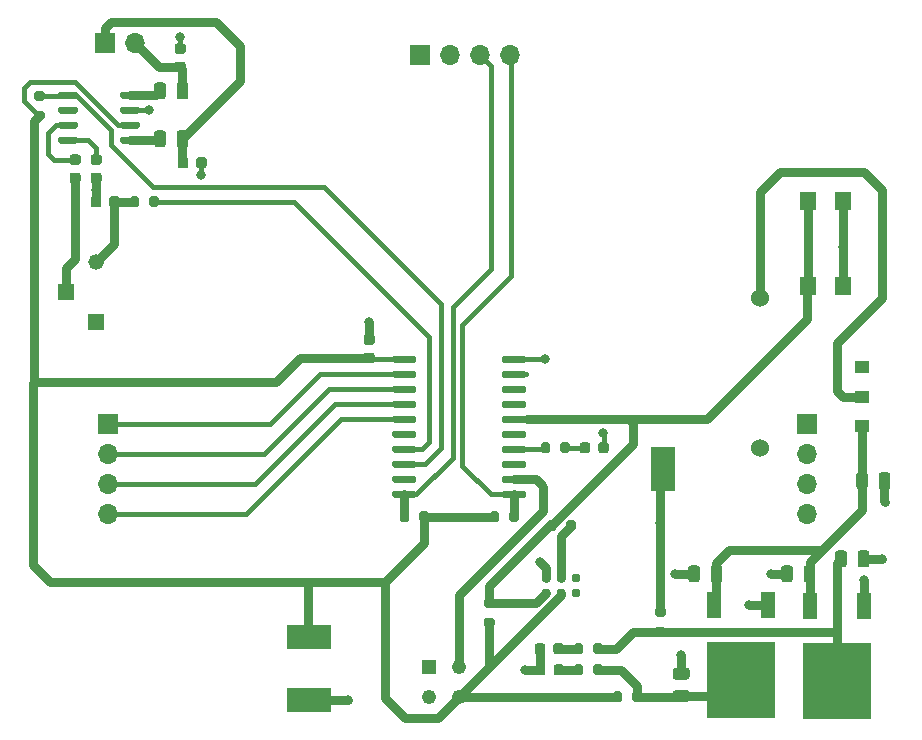
<source format=gtl>
%TF.GenerationSoftware,KiCad,Pcbnew,(5.1.12)-1*%
%TF.CreationDate,2022-01-31T19:51:58-07:00*%
%TF.ProjectId,Annoyatron_v2,416e6e6f-7961-4747-926f-6e5f76322e6b,rev?*%
%TF.SameCoordinates,Original*%
%TF.FileFunction,Copper,L1,Top*%
%TF.FilePolarity,Positive*%
%FSLAX46Y46*%
G04 Gerber Fmt 4.6, Leading zero omitted, Abs format (unit mm)*
G04 Created by KiCad (PCBNEW (5.1.12)-1) date 2022-01-31 19:51:58*
%MOMM*%
%LPD*%
G01*
G04 APERTURE LIST*
%TA.AperFunction,ComponentPad*%
%ADD10R,1.320800X1.320800*%
%TD*%
%TA.AperFunction,ComponentPad*%
%ADD11C,1.320800*%
%TD*%
%TA.AperFunction,SMDPad,CuDef*%
%ADD12R,2.000000X3.800000*%
%TD*%
%TA.AperFunction,SMDPad,CuDef*%
%ADD13R,3.800000X2.000000*%
%TD*%
%TA.AperFunction,ComponentPad*%
%ADD14C,1.524000*%
%TD*%
%TA.AperFunction,SMDPad,CuDef*%
%ADD15C,0.787000*%
%TD*%
%TA.AperFunction,SMDPad,CuDef*%
%ADD16R,5.800000X6.400000*%
%TD*%
%TA.AperFunction,SMDPad,CuDef*%
%ADD17R,1.200000X2.200000*%
%TD*%
%TA.AperFunction,ComponentPad*%
%ADD18R,1.700000X1.700000*%
%TD*%
%TA.AperFunction,ComponentPad*%
%ADD19O,1.700000X1.700000*%
%TD*%
%TA.AperFunction,ComponentPad*%
%ADD20C,1.219200*%
%TD*%
%TA.AperFunction,ComponentPad*%
%ADD21R,1.219200X1.219200*%
%TD*%
%TA.AperFunction,SMDPad,CuDef*%
%ADD22R,1.200000X1.000000*%
%TD*%
%TA.AperFunction,SMDPad,CuDef*%
%ADD23R,1.400000X1.600000*%
%TD*%
%TA.AperFunction,ViaPad*%
%ADD24C,0.800000*%
%TD*%
%TA.AperFunction,Conductor*%
%ADD25C,0.762000*%
%TD*%
%TA.AperFunction,Conductor*%
%ADD26C,0.381000*%
%TD*%
%TA.AperFunction,Conductor*%
%ADD27C,0.250000*%
%TD*%
G04 APERTURE END LIST*
D10*
%TO.P,R1,3*%
%TO.N,GND*%
X104902000Y-86106000D03*
%TO.P,R1,2*%
%TO.N,Net-(C1-Pad2)*%
X102362000Y-83566000D03*
D11*
%TO.P,R1,1*%
%TO.N,/AOUT*%
X104902000Y-81026000D03*
%TD*%
D12*
%TO.P,TP_5V0,1*%
%TO.N,+5V*%
X152908000Y-98552000D03*
%TD*%
D13*
%TO.P,TP_GND0,1*%
%TO.N,GND*%
X122936000Y-118110000D03*
%TD*%
%TO.P,TP_3V3,1*%
%TO.N,+3V3*%
X122936000Y-112776000D03*
%TD*%
D14*
%TO.P,BT1,+*%
%TO.N,Net-(BT1-Pad+)*%
X161089000Y-84074000D03*
%TO.P,BT1,-*%
%TO.N,GND*%
X161089000Y-96774000D03*
%TD*%
%TO.P,U6,8*%
%TO.N,Net-(FB2-Pad2)*%
%TA.AperFunction,SMDPad,CuDef*%
G36*
G01*
X106956000Y-67053600D02*
X106956000Y-66753600D01*
G75*
G02*
X107106000Y-66603600I150000J0D01*
G01*
X108456000Y-66603600D01*
G75*
G02*
X108606000Y-66753600I0J-150000D01*
G01*
X108606000Y-67053600D01*
G75*
G02*
X108456000Y-67203600I-150000J0D01*
G01*
X107106000Y-67203600D01*
G75*
G02*
X106956000Y-67053600I0J150000D01*
G01*
G37*
%TD.AperFunction*%
%TO.P,U6,7*%
%TO.N,GND*%
%TA.AperFunction,SMDPad,CuDef*%
G36*
G01*
X106956000Y-68323600D02*
X106956000Y-68023600D01*
G75*
G02*
X107106000Y-67873600I150000J0D01*
G01*
X108456000Y-67873600D01*
G75*
G02*
X108606000Y-68023600I0J-150000D01*
G01*
X108606000Y-68323600D01*
G75*
G02*
X108456000Y-68473600I-150000J0D01*
G01*
X107106000Y-68473600D01*
G75*
G02*
X106956000Y-68323600I0J150000D01*
G01*
G37*
%TD.AperFunction*%
%TO.P,U6,6*%
%TO.N,+3V3*%
%TA.AperFunction,SMDPad,CuDef*%
G36*
G01*
X106956000Y-69593600D02*
X106956000Y-69293600D01*
G75*
G02*
X107106000Y-69143600I150000J0D01*
G01*
X108456000Y-69143600D01*
G75*
G02*
X108606000Y-69293600I0J-150000D01*
G01*
X108606000Y-69593600D01*
G75*
G02*
X108456000Y-69743600I-150000J0D01*
G01*
X107106000Y-69743600D01*
G75*
G02*
X106956000Y-69593600I0J150000D01*
G01*
G37*
%TD.AperFunction*%
%TO.P,U6,5*%
%TO.N,Net-(FB1-Pad2)*%
%TA.AperFunction,SMDPad,CuDef*%
G36*
G01*
X106956000Y-70863600D02*
X106956000Y-70563600D01*
G75*
G02*
X107106000Y-70413600I150000J0D01*
G01*
X108456000Y-70413600D01*
G75*
G02*
X108606000Y-70563600I0J-150000D01*
G01*
X108606000Y-70863600D01*
G75*
G02*
X108456000Y-71013600I-150000J0D01*
G01*
X107106000Y-71013600D01*
G75*
G02*
X106956000Y-70863600I0J150000D01*
G01*
G37*
%TD.AperFunction*%
%TO.P,U6,4*%
%TO.N,Net-(C2-Pad1)*%
%TA.AperFunction,SMDPad,CuDef*%
G36*
G01*
X101706000Y-70863600D02*
X101706000Y-70563600D01*
G75*
G02*
X101856000Y-70413600I150000J0D01*
G01*
X103206000Y-70413600D01*
G75*
G02*
X103356000Y-70563600I0J-150000D01*
G01*
X103356000Y-70863600D01*
G75*
G02*
X103206000Y-71013600I-150000J0D01*
G01*
X101856000Y-71013600D01*
G75*
G02*
X101706000Y-70863600I0J150000D01*
G01*
G37*
%TD.AperFunction*%
%TO.P,U6,3*%
%TO.N,Net-(C1-Pad1)*%
%TA.AperFunction,SMDPad,CuDef*%
G36*
G01*
X101706000Y-69593600D02*
X101706000Y-69293600D01*
G75*
G02*
X101856000Y-69143600I150000J0D01*
G01*
X103206000Y-69143600D01*
G75*
G02*
X103356000Y-69293600I0J-150000D01*
G01*
X103356000Y-69593600D01*
G75*
G02*
X103206000Y-69743600I-150000J0D01*
G01*
X101856000Y-69743600D01*
G75*
G02*
X101706000Y-69593600I0J150000D01*
G01*
G37*
%TD.AperFunction*%
%TO.P,U6,2*%
%TO.N,Net-(U6-Pad2)*%
%TA.AperFunction,SMDPad,CuDef*%
G36*
G01*
X101706000Y-68323600D02*
X101706000Y-68023600D01*
G75*
G02*
X101856000Y-67873600I150000J0D01*
G01*
X103206000Y-67873600D01*
G75*
G02*
X103356000Y-68023600I0J-150000D01*
G01*
X103356000Y-68323600D01*
G75*
G02*
X103206000Y-68473600I-150000J0D01*
G01*
X101856000Y-68473600D01*
G75*
G02*
X101706000Y-68323600I0J150000D01*
G01*
G37*
%TD.AperFunction*%
%TO.P,U6,1*%
%TO.N,/nSD*%
%TA.AperFunction,SMDPad,CuDef*%
G36*
G01*
X101706000Y-67053600D02*
X101706000Y-66753600D01*
G75*
G02*
X101856000Y-66603600I150000J0D01*
G01*
X103206000Y-66603600D01*
G75*
G02*
X103356000Y-66753600I0J-150000D01*
G01*
X103356000Y-67053600D01*
G75*
G02*
X103206000Y-67203600I-150000J0D01*
G01*
X101856000Y-67203600D01*
G75*
G02*
X101706000Y-67053600I0J150000D01*
G01*
G37*
%TD.AperFunction*%
%TD*%
D15*
%TO.P,TAG1,1*%
%TO.N,/nRST_UPDI*%
X143002000Y-109093000D03*
%TO.P,TAG1,2*%
%TO.N,+3V3*%
X144272000Y-109093000D03*
%TO.P,TAG1,3*%
%TO.N,Net-(TAG1-Pad3)*%
X145542000Y-109093000D03*
%TO.P,TAG1,4*%
%TO.N,Net-(TAG1-Pad4)*%
X145542000Y-107823000D03*
%TO.P,TAG1,5*%
%TO.N,Net-(R5-Pad1)*%
X144272000Y-107823000D03*
%TO.P,TAG1,6*%
%TO.N,GND*%
X143002000Y-107823000D03*
%TD*%
%TO.P,R5,2*%
%TO.N,/nRST_UPDI*%
%TA.AperFunction,SMDPad,CuDef*%
G36*
G01*
X143847000Y-103103000D02*
X143847000Y-103653000D01*
G75*
G02*
X143647000Y-103853000I-200000J0D01*
G01*
X143247000Y-103853000D01*
G75*
G02*
X143047000Y-103653000I0J200000D01*
G01*
X143047000Y-103103000D01*
G75*
G02*
X143247000Y-102903000I200000J0D01*
G01*
X143647000Y-102903000D01*
G75*
G02*
X143847000Y-103103000I0J-200000D01*
G01*
G37*
%TD.AperFunction*%
%TO.P,R5,1*%
%TO.N,Net-(R5-Pad1)*%
%TA.AperFunction,SMDPad,CuDef*%
G36*
G01*
X145497000Y-103103000D02*
X145497000Y-103653000D01*
G75*
G02*
X145297000Y-103853000I-200000J0D01*
G01*
X144897000Y-103853000D01*
G75*
G02*
X144697000Y-103653000I0J200000D01*
G01*
X144697000Y-103103000D01*
G75*
G02*
X144897000Y-102903000I200000J0D01*
G01*
X145297000Y-102903000D01*
G75*
G02*
X145497000Y-103103000I0J-200000D01*
G01*
G37*
%TD.AperFunction*%
%TD*%
%TO.P,R3,2*%
%TO.N,/SCL*%
%TA.AperFunction,SMDPad,CuDef*%
G36*
G01*
X139871000Y-102891000D02*
X139871000Y-102341000D01*
G75*
G02*
X140071000Y-102141000I200000J0D01*
G01*
X140471000Y-102141000D01*
G75*
G02*
X140671000Y-102341000I0J-200000D01*
G01*
X140671000Y-102891000D01*
G75*
G02*
X140471000Y-103091000I-200000J0D01*
G01*
X140071000Y-103091000D01*
G75*
G02*
X139871000Y-102891000I0J200000D01*
G01*
G37*
%TD.AperFunction*%
%TO.P,R3,1*%
%TO.N,+3V3*%
%TA.AperFunction,SMDPad,CuDef*%
G36*
G01*
X138221000Y-102891000D02*
X138221000Y-102341000D01*
G75*
G02*
X138421000Y-102141000I200000J0D01*
G01*
X138821000Y-102141000D01*
G75*
G02*
X139021000Y-102341000I0J-200000D01*
G01*
X139021000Y-102891000D01*
G75*
G02*
X138821000Y-103091000I-200000J0D01*
G01*
X138421000Y-103091000D01*
G75*
G02*
X138221000Y-102891000I0J200000D01*
G01*
G37*
%TD.AperFunction*%
%TD*%
%TO.P,R2,2*%
%TO.N,/SDA*%
%TA.AperFunction,SMDPad,CuDef*%
G36*
G01*
X131401000Y-102341000D02*
X131401000Y-102891000D01*
G75*
G02*
X131201000Y-103091000I-200000J0D01*
G01*
X130801000Y-103091000D01*
G75*
G02*
X130601000Y-102891000I0J200000D01*
G01*
X130601000Y-102341000D01*
G75*
G02*
X130801000Y-102141000I200000J0D01*
G01*
X131201000Y-102141000D01*
G75*
G02*
X131401000Y-102341000I0J-200000D01*
G01*
G37*
%TD.AperFunction*%
%TO.P,R2,1*%
%TO.N,+3V3*%
%TA.AperFunction,SMDPad,CuDef*%
G36*
G01*
X133051000Y-102341000D02*
X133051000Y-102891000D01*
G75*
G02*
X132851000Y-103091000I-200000J0D01*
G01*
X132451000Y-103091000D01*
G75*
G02*
X132251000Y-102891000I0J200000D01*
G01*
X132251000Y-102341000D01*
G75*
G02*
X132451000Y-102141000I200000J0D01*
G01*
X132851000Y-102141000D01*
G75*
G02*
X133051000Y-102341000I0J-200000D01*
G01*
G37*
%TD.AperFunction*%
%TD*%
%TO.P,R12,2*%
%TO.N,Net-(5V0-Pad2)*%
%TA.AperFunction,SMDPad,CuDef*%
G36*
G01*
X152379000Y-111931000D02*
X152929000Y-111931000D01*
G75*
G02*
X153129000Y-112131000I0J-200000D01*
G01*
X153129000Y-112531000D01*
G75*
G02*
X152929000Y-112731000I-200000J0D01*
G01*
X152379000Y-112731000D01*
G75*
G02*
X152179000Y-112531000I0J200000D01*
G01*
X152179000Y-112131000D01*
G75*
G02*
X152379000Y-111931000I200000J0D01*
G01*
G37*
%TD.AperFunction*%
%TO.P,R12,1*%
%TO.N,+5V*%
%TA.AperFunction,SMDPad,CuDef*%
G36*
G01*
X152379000Y-110281000D02*
X152929000Y-110281000D01*
G75*
G02*
X153129000Y-110481000I0J-200000D01*
G01*
X153129000Y-110881000D01*
G75*
G02*
X152929000Y-111081000I-200000J0D01*
G01*
X152379000Y-111081000D01*
G75*
G02*
X152179000Y-110881000I0J200000D01*
G01*
X152179000Y-110481000D01*
G75*
G02*
X152379000Y-110281000I200000J0D01*
G01*
G37*
%TD.AperFunction*%
%TD*%
%TO.P,R10,2*%
%TO.N,Net-(LED_5V0-Pad2)*%
%TA.AperFunction,SMDPad,CuDef*%
G36*
G01*
X146133000Y-113517000D02*
X146133000Y-114067000D01*
G75*
G02*
X145933000Y-114267000I-200000J0D01*
G01*
X145533000Y-114267000D01*
G75*
G02*
X145333000Y-114067000I0J200000D01*
G01*
X145333000Y-113517000D01*
G75*
G02*
X145533000Y-113317000I200000J0D01*
G01*
X145933000Y-113317000D01*
G75*
G02*
X146133000Y-113517000I0J-200000D01*
G01*
G37*
%TD.AperFunction*%
%TO.P,R10,1*%
%TO.N,Net-(5V0-Pad2)*%
%TA.AperFunction,SMDPad,CuDef*%
G36*
G01*
X147783000Y-113517000D02*
X147783000Y-114067000D01*
G75*
G02*
X147583000Y-114267000I-200000J0D01*
G01*
X147183000Y-114267000D01*
G75*
G02*
X146983000Y-114067000I0J200000D01*
G01*
X146983000Y-113517000D01*
G75*
G02*
X147183000Y-113317000I200000J0D01*
G01*
X147583000Y-113317000D01*
G75*
G02*
X147783000Y-113517000I0J-200000D01*
G01*
G37*
%TD.AperFunction*%
%TD*%
%TO.P,LED_5V0,2*%
%TO.N,Net-(LED_5V0-Pad2)*%
%TA.AperFunction,SMDPad,CuDef*%
G36*
G01*
X143606000Y-114048250D02*
X143606000Y-113535750D01*
G75*
G02*
X143824750Y-113317000I218750J0D01*
G01*
X144262250Y-113317000D01*
G75*
G02*
X144481000Y-113535750I0J-218750D01*
G01*
X144481000Y-114048250D01*
G75*
G02*
X144262250Y-114267000I-218750J0D01*
G01*
X143824750Y-114267000D01*
G75*
G02*
X143606000Y-114048250I0J218750D01*
G01*
G37*
%TD.AperFunction*%
%TO.P,LED_5V0,1*%
%TO.N,GND*%
%TA.AperFunction,SMDPad,CuDef*%
G36*
G01*
X142031000Y-114048250D02*
X142031000Y-113535750D01*
G75*
G02*
X142249750Y-113317000I218750J0D01*
G01*
X142687250Y-113317000D01*
G75*
G02*
X142906000Y-113535750I0J-218750D01*
G01*
X142906000Y-114048250D01*
G75*
G02*
X142687250Y-114267000I-218750J0D01*
G01*
X142249750Y-114267000D01*
G75*
G02*
X142031000Y-114048250I0J218750D01*
G01*
G37*
%TD.AperFunction*%
%TD*%
%TO.P,C8,2*%
%TO.N,GND*%
%TA.AperFunction,SMDPad,CuDef*%
G36*
G01*
X169360000Y-106647000D02*
X169360000Y-105697000D01*
G75*
G02*
X169610000Y-105447000I250000J0D01*
G01*
X170110000Y-105447000D01*
G75*
G02*
X170360000Y-105697000I0J-250000D01*
G01*
X170360000Y-106647000D01*
G75*
G02*
X170110000Y-106897000I-250000J0D01*
G01*
X169610000Y-106897000D01*
G75*
G02*
X169360000Y-106647000I0J250000D01*
G01*
G37*
%TD.AperFunction*%
%TO.P,C8,1*%
%TO.N,Net-(5V0-Pad2)*%
%TA.AperFunction,SMDPad,CuDef*%
G36*
G01*
X167460000Y-106647000D02*
X167460000Y-105697000D01*
G75*
G02*
X167710000Y-105447000I250000J0D01*
G01*
X168210000Y-105447000D01*
G75*
G02*
X168460000Y-105697000I0J-250000D01*
G01*
X168460000Y-106647000D01*
G75*
G02*
X168210000Y-106897000I-250000J0D01*
G01*
X167710000Y-106897000D01*
G75*
G02*
X167460000Y-106647000I0J250000D01*
G01*
G37*
%TD.AperFunction*%
%TD*%
%TO.P,C6,2*%
%TO.N,GND*%
%TA.AperFunction,SMDPad,CuDef*%
G36*
G01*
X156014000Y-106967000D02*
X156014000Y-107917000D01*
G75*
G02*
X155764000Y-108167000I-250000J0D01*
G01*
X155264000Y-108167000D01*
G75*
G02*
X155014000Y-107917000I0J250000D01*
G01*
X155014000Y-106967000D01*
G75*
G02*
X155264000Y-106717000I250000J0D01*
G01*
X155764000Y-106717000D01*
G75*
G02*
X156014000Y-106967000I0J-250000D01*
G01*
G37*
%TD.AperFunction*%
%TO.P,C6,1*%
%TO.N,+BATT*%
%TA.AperFunction,SMDPad,CuDef*%
G36*
G01*
X157914000Y-106967000D02*
X157914000Y-107917000D01*
G75*
G02*
X157664000Y-108167000I-250000J0D01*
G01*
X157164000Y-108167000D01*
G75*
G02*
X156914000Y-107917000I0J250000D01*
G01*
X156914000Y-106967000D01*
G75*
G02*
X157164000Y-106717000I250000J0D01*
G01*
X157664000Y-106717000D01*
G75*
G02*
X157914000Y-106967000I0J-250000D01*
G01*
G37*
%TD.AperFunction*%
%TD*%
D16*
%TO.P,5V0,2*%
%TO.N,Net-(5V0-Pad2)*%
X167639000Y-116483000D03*
D17*
%TO.P,5V0,3*%
%TO.N,+BATT*%
X165359000Y-110183000D03*
%TO.P,5V0,1*%
%TO.N,GND*%
X169919000Y-110183000D03*
%TD*%
%TO.P,R13,2*%
%TO.N,Net-(R13-Pad2)*%
%TA.AperFunction,SMDPad,CuDef*%
G36*
G01*
X109391000Y-76221000D02*
X109391000Y-75671000D01*
G75*
G02*
X109591000Y-75471000I200000J0D01*
G01*
X109991000Y-75471000D01*
G75*
G02*
X110191000Y-75671000I0J-200000D01*
G01*
X110191000Y-76221000D01*
G75*
G02*
X109991000Y-76421000I-200000J0D01*
G01*
X109591000Y-76421000D01*
G75*
G02*
X109391000Y-76221000I0J200000D01*
G01*
G37*
%TD.AperFunction*%
%TO.P,R13,1*%
%TO.N,/AOUT*%
%TA.AperFunction,SMDPad,CuDef*%
G36*
G01*
X107741000Y-76221000D02*
X107741000Y-75671000D01*
G75*
G02*
X107941000Y-75471000I200000J0D01*
G01*
X108341000Y-75471000D01*
G75*
G02*
X108541000Y-75671000I0J-200000D01*
G01*
X108541000Y-76221000D01*
G75*
G02*
X108341000Y-76421000I-200000J0D01*
G01*
X107941000Y-76421000D01*
G75*
G02*
X107741000Y-76221000I0J200000D01*
G01*
G37*
%TD.AperFunction*%
%TD*%
%TO.P,C11,2*%
%TO.N,GND*%
%TA.AperFunction,SMDPad,CuDef*%
G36*
G01*
X105339000Y-75696000D02*
X105339000Y-76196000D01*
G75*
G02*
X105114000Y-76421000I-225000J0D01*
G01*
X104664000Y-76421000D01*
G75*
G02*
X104439000Y-76196000I0J225000D01*
G01*
X104439000Y-75696000D01*
G75*
G02*
X104664000Y-75471000I225000J0D01*
G01*
X105114000Y-75471000D01*
G75*
G02*
X105339000Y-75696000I0J-225000D01*
G01*
G37*
%TD.AperFunction*%
%TO.P,C11,1*%
%TO.N,/AOUT*%
%TA.AperFunction,SMDPad,CuDef*%
G36*
G01*
X106889000Y-75696000D02*
X106889000Y-76196000D01*
G75*
G02*
X106664000Y-76421000I-225000J0D01*
G01*
X106214000Y-76421000D01*
G75*
G02*
X105989000Y-76196000I0J225000D01*
G01*
X105989000Y-75696000D01*
G75*
G02*
X106214000Y-75471000I225000J0D01*
G01*
X106664000Y-75471000D01*
G75*
G02*
X106889000Y-75696000I0J-225000D01*
G01*
G37*
%TD.AperFunction*%
%TD*%
%TO.P,R11,2*%
%TO.N,Net-(3V3-Pad2)*%
%TA.AperFunction,SMDPad,CuDef*%
G36*
G01*
X150285000Y-118131000D02*
X150285000Y-117581000D01*
G75*
G02*
X150485000Y-117381000I200000J0D01*
G01*
X150885000Y-117381000D01*
G75*
G02*
X151085000Y-117581000I0J-200000D01*
G01*
X151085000Y-118131000D01*
G75*
G02*
X150885000Y-118331000I-200000J0D01*
G01*
X150485000Y-118331000D01*
G75*
G02*
X150285000Y-118131000I0J200000D01*
G01*
G37*
%TD.AperFunction*%
%TO.P,R11,1*%
%TO.N,+3V3*%
%TA.AperFunction,SMDPad,CuDef*%
G36*
G01*
X148635000Y-118131000D02*
X148635000Y-117581000D01*
G75*
G02*
X148835000Y-117381000I200000J0D01*
G01*
X149235000Y-117381000D01*
G75*
G02*
X149435000Y-117581000I0J-200000D01*
G01*
X149435000Y-118131000D01*
G75*
G02*
X149235000Y-118331000I-200000J0D01*
G01*
X148835000Y-118331000D01*
G75*
G02*
X148635000Y-118131000I0J200000D01*
G01*
G37*
%TD.AperFunction*%
%TD*%
%TO.P,FB2,2*%
%TO.N,Net-(FB2-Pad2)*%
%TA.AperFunction,SMDPad,CuDef*%
G36*
G01*
X110802000Y-66073000D02*
X110802000Y-67023000D01*
G75*
G02*
X110552000Y-67273000I-250000J0D01*
G01*
X110052000Y-67273000D01*
G75*
G02*
X109802000Y-67023000I0J250000D01*
G01*
X109802000Y-66073000D01*
G75*
G02*
X110052000Y-65823000I250000J0D01*
G01*
X110552000Y-65823000D01*
G75*
G02*
X110802000Y-66073000I0J-250000D01*
G01*
G37*
%TD.AperFunction*%
%TO.P,FB2,1*%
%TO.N,Net-(C10-Pad1)*%
%TA.AperFunction,SMDPad,CuDef*%
G36*
G01*
X112702000Y-66073000D02*
X112702000Y-67023000D01*
G75*
G02*
X112452000Y-67273000I-250000J0D01*
G01*
X111952000Y-67273000D01*
G75*
G02*
X111702000Y-67023000I0J250000D01*
G01*
X111702000Y-66073000D01*
G75*
G02*
X111952000Y-65823000I250000J0D01*
G01*
X112452000Y-65823000D01*
G75*
G02*
X112702000Y-66073000I0J-250000D01*
G01*
G37*
%TD.AperFunction*%
%TD*%
%TO.P,FB1,2*%
%TO.N,Net-(FB1-Pad2)*%
%TA.AperFunction,SMDPad,CuDef*%
G36*
G01*
X110802000Y-70137000D02*
X110802000Y-71087000D01*
G75*
G02*
X110552000Y-71337000I-250000J0D01*
G01*
X110052000Y-71337000D01*
G75*
G02*
X109802000Y-71087000I0J250000D01*
G01*
X109802000Y-70137000D01*
G75*
G02*
X110052000Y-69887000I250000J0D01*
G01*
X110552000Y-69887000D01*
G75*
G02*
X110802000Y-70137000I0J-250000D01*
G01*
G37*
%TD.AperFunction*%
%TO.P,FB1,1*%
%TO.N,Net-(C9-Pad1)*%
%TA.AperFunction,SMDPad,CuDef*%
G36*
G01*
X112702000Y-70137000D02*
X112702000Y-71087000D01*
G75*
G02*
X112452000Y-71337000I-250000J0D01*
G01*
X111952000Y-71337000D01*
G75*
G02*
X111702000Y-71087000I0J250000D01*
G01*
X111702000Y-70137000D01*
G75*
G02*
X111952000Y-69887000I250000J0D01*
G01*
X112452000Y-69887000D01*
G75*
G02*
X112702000Y-70137000I0J-250000D01*
G01*
G37*
%TD.AperFunction*%
%TD*%
%TO.P,C10,2*%
%TO.N,GND*%
%TA.AperFunction,SMDPad,CuDef*%
G36*
G01*
X112264000Y-63429000D02*
X111764000Y-63429000D01*
G75*
G02*
X111539000Y-63204000I0J225000D01*
G01*
X111539000Y-62754000D01*
G75*
G02*
X111764000Y-62529000I225000J0D01*
G01*
X112264000Y-62529000D01*
G75*
G02*
X112489000Y-62754000I0J-225000D01*
G01*
X112489000Y-63204000D01*
G75*
G02*
X112264000Y-63429000I-225000J0D01*
G01*
G37*
%TD.AperFunction*%
%TO.P,C10,1*%
%TO.N,Net-(C10-Pad1)*%
%TA.AperFunction,SMDPad,CuDef*%
G36*
G01*
X112264000Y-64979000D02*
X111764000Y-64979000D01*
G75*
G02*
X111539000Y-64754000I0J225000D01*
G01*
X111539000Y-64304000D01*
G75*
G02*
X111764000Y-64079000I225000J0D01*
G01*
X112264000Y-64079000D01*
G75*
G02*
X112489000Y-64304000I0J-225000D01*
G01*
X112489000Y-64754000D01*
G75*
G02*
X112264000Y-64979000I-225000J0D01*
G01*
G37*
%TD.AperFunction*%
%TD*%
%TO.P,C9,2*%
%TO.N,GND*%
%TA.AperFunction,SMDPad,CuDef*%
G36*
G01*
X113355000Y-72894000D02*
X113355000Y-72394000D01*
G75*
G02*
X113580000Y-72169000I225000J0D01*
G01*
X114030000Y-72169000D01*
G75*
G02*
X114255000Y-72394000I0J-225000D01*
G01*
X114255000Y-72894000D01*
G75*
G02*
X114030000Y-73119000I-225000J0D01*
G01*
X113580000Y-73119000D01*
G75*
G02*
X113355000Y-72894000I0J225000D01*
G01*
G37*
%TD.AperFunction*%
%TO.P,C9,1*%
%TO.N,Net-(C9-Pad1)*%
%TA.AperFunction,SMDPad,CuDef*%
G36*
G01*
X111805000Y-72894000D02*
X111805000Y-72394000D01*
G75*
G02*
X112030000Y-72169000I225000J0D01*
G01*
X112480000Y-72169000D01*
G75*
G02*
X112705000Y-72394000I0J-225000D01*
G01*
X112705000Y-72894000D01*
G75*
G02*
X112480000Y-73119000I-225000J0D01*
G01*
X112030000Y-73119000D01*
G75*
G02*
X111805000Y-72894000I0J225000D01*
G01*
G37*
%TD.AperFunction*%
%TD*%
D18*
%TO.P,DISPLAY1,1*%
%TO.N,+5V*%
X132334000Y-63500000D03*
D19*
%TO.P,DISPLAY1,2*%
%TO.N,GND*%
X134874000Y-63500000D03*
%TO.P,DISPLAY1,3*%
%TO.N,/SDA*%
X137414000Y-63500000D03*
%TO.P,DISPLAY1,4*%
%TO.N,/SCL*%
X139954000Y-63500000D03*
%TD*%
%TO.P,R9,2*%
%TO.N,Net-(LED_3V3-Pad2)*%
%TA.AperFunction,SMDPad,CuDef*%
G36*
G01*
X146133000Y-115295000D02*
X146133000Y-115845000D01*
G75*
G02*
X145933000Y-116045000I-200000J0D01*
G01*
X145533000Y-116045000D01*
G75*
G02*
X145333000Y-115845000I0J200000D01*
G01*
X145333000Y-115295000D01*
G75*
G02*
X145533000Y-115095000I200000J0D01*
G01*
X145933000Y-115095000D01*
G75*
G02*
X146133000Y-115295000I0J-200000D01*
G01*
G37*
%TD.AperFunction*%
%TO.P,R9,1*%
%TO.N,Net-(3V3-Pad2)*%
%TA.AperFunction,SMDPad,CuDef*%
G36*
G01*
X147783000Y-115295000D02*
X147783000Y-115845000D01*
G75*
G02*
X147583000Y-116045000I-200000J0D01*
G01*
X147183000Y-116045000D01*
G75*
G02*
X146983000Y-115845000I0J200000D01*
G01*
X146983000Y-115295000D01*
G75*
G02*
X147183000Y-115095000I200000J0D01*
G01*
X147583000Y-115095000D01*
G75*
G02*
X147783000Y-115295000I0J-200000D01*
G01*
G37*
%TD.AperFunction*%
%TD*%
%TO.P,LED_3V3,2*%
%TO.N,Net-(LED_3V3-Pad2)*%
%TA.AperFunction,SMDPad,CuDef*%
G36*
G01*
X143631500Y-115826250D02*
X143631500Y-115313750D01*
G75*
G02*
X143850250Y-115095000I218750J0D01*
G01*
X144287750Y-115095000D01*
G75*
G02*
X144506500Y-115313750I0J-218750D01*
G01*
X144506500Y-115826250D01*
G75*
G02*
X144287750Y-116045000I-218750J0D01*
G01*
X143850250Y-116045000D01*
G75*
G02*
X143631500Y-115826250I0J218750D01*
G01*
G37*
%TD.AperFunction*%
%TO.P,LED_3V3,1*%
%TO.N,GND*%
%TA.AperFunction,SMDPad,CuDef*%
G36*
G01*
X142056500Y-115826250D02*
X142056500Y-115313750D01*
G75*
G02*
X142275250Y-115095000I218750J0D01*
G01*
X142712750Y-115095000D01*
G75*
G02*
X142931500Y-115313750I0J-218750D01*
G01*
X142931500Y-115826250D01*
G75*
G02*
X142712750Y-116045000I-218750J0D01*
G01*
X142275250Y-116045000D01*
G75*
G02*
X142056500Y-115826250I0J218750D01*
G01*
G37*
%TD.AperFunction*%
%TD*%
%TO.P,R8,2*%
%TO.N,/nSD*%
%TA.AperFunction,SMDPad,CuDef*%
G36*
G01*
X100351000Y-67393000D02*
X99801000Y-67393000D01*
G75*
G02*
X99601000Y-67193000I0J200000D01*
G01*
X99601000Y-66793000D01*
G75*
G02*
X99801000Y-66593000I200000J0D01*
G01*
X100351000Y-66593000D01*
G75*
G02*
X100551000Y-66793000I0J-200000D01*
G01*
X100551000Y-67193000D01*
G75*
G02*
X100351000Y-67393000I-200000J0D01*
G01*
G37*
%TD.AperFunction*%
%TO.P,R8,1*%
%TO.N,+3V3*%
%TA.AperFunction,SMDPad,CuDef*%
G36*
G01*
X100351000Y-69043000D02*
X99801000Y-69043000D01*
G75*
G02*
X99601000Y-68843000I0J200000D01*
G01*
X99601000Y-68443000D01*
G75*
G02*
X99801000Y-68243000I200000J0D01*
G01*
X100351000Y-68243000D01*
G75*
G02*
X100551000Y-68443000I0J-200000D01*
G01*
X100551000Y-68843000D01*
G75*
G02*
X100351000Y-69043000I-200000J0D01*
G01*
G37*
%TD.AperFunction*%
%TD*%
%TO.P,R7,2*%
%TO.N,Net-(LED_USR1-Pad2)*%
%TA.AperFunction,SMDPad,CuDef*%
G36*
G01*
X144189000Y-97049000D02*
X144189000Y-96499000D01*
G75*
G02*
X144389000Y-96299000I200000J0D01*
G01*
X144789000Y-96299000D01*
G75*
G02*
X144989000Y-96499000I0J-200000D01*
G01*
X144989000Y-97049000D01*
G75*
G02*
X144789000Y-97249000I-200000J0D01*
G01*
X144389000Y-97249000D01*
G75*
G02*
X144189000Y-97049000I0J200000D01*
G01*
G37*
%TD.AperFunction*%
%TO.P,R7,1*%
%TO.N,Net-(R7-Pad1)*%
%TA.AperFunction,SMDPad,CuDef*%
G36*
G01*
X142539000Y-97049000D02*
X142539000Y-96499000D01*
G75*
G02*
X142739000Y-96299000I200000J0D01*
G01*
X143139000Y-96299000D01*
G75*
G02*
X143339000Y-96499000I0J-200000D01*
G01*
X143339000Y-97049000D01*
G75*
G02*
X143139000Y-97249000I-200000J0D01*
G01*
X142739000Y-97249000D01*
G75*
G02*
X142539000Y-97049000I0J200000D01*
G01*
G37*
%TD.AperFunction*%
%TD*%
%TO.P,R4,2*%
%TO.N,/nRST_UPDI*%
%TA.AperFunction,SMDPad,CuDef*%
G36*
G01*
X138451000Y-110319000D02*
X137901000Y-110319000D01*
G75*
G02*
X137701000Y-110119000I0J200000D01*
G01*
X137701000Y-109719000D01*
G75*
G02*
X137901000Y-109519000I200000J0D01*
G01*
X138451000Y-109519000D01*
G75*
G02*
X138651000Y-109719000I0J-200000D01*
G01*
X138651000Y-110119000D01*
G75*
G02*
X138451000Y-110319000I-200000J0D01*
G01*
G37*
%TD.AperFunction*%
%TO.P,R4,1*%
%TO.N,+3V3*%
%TA.AperFunction,SMDPad,CuDef*%
G36*
G01*
X138451000Y-111969000D02*
X137901000Y-111969000D01*
G75*
G02*
X137701000Y-111769000I0J200000D01*
G01*
X137701000Y-111369000D01*
G75*
G02*
X137901000Y-111169000I200000J0D01*
G01*
X138451000Y-111169000D01*
G75*
G02*
X138651000Y-111369000I0J-200000D01*
G01*
X138651000Y-111769000D01*
G75*
G02*
X138451000Y-111969000I-200000J0D01*
G01*
G37*
%TD.AperFunction*%
%TD*%
%TO.P,LED_USR1,2*%
%TO.N,Net-(LED_USR1-Pad2)*%
%TA.AperFunction,SMDPad,CuDef*%
G36*
G01*
X146716000Y-96517750D02*
X146716000Y-97030250D01*
G75*
G02*
X146497250Y-97249000I-218750J0D01*
G01*
X146059750Y-97249000D01*
G75*
G02*
X145841000Y-97030250I0J218750D01*
G01*
X145841000Y-96517750D01*
G75*
G02*
X146059750Y-96299000I218750J0D01*
G01*
X146497250Y-96299000D01*
G75*
G02*
X146716000Y-96517750I0J-218750D01*
G01*
G37*
%TD.AperFunction*%
%TO.P,LED_USR1,1*%
%TO.N,GND*%
%TA.AperFunction,SMDPad,CuDef*%
G36*
G01*
X148291000Y-96517750D02*
X148291000Y-97030250D01*
G75*
G02*
X148072250Y-97249000I-218750J0D01*
G01*
X147634750Y-97249000D01*
G75*
G02*
X147416000Y-97030250I0J218750D01*
G01*
X147416000Y-96517750D01*
G75*
G02*
X147634750Y-96299000I218750J0D01*
G01*
X148072250Y-96299000D01*
G75*
G02*
X148291000Y-96517750I0J-218750D01*
G01*
G37*
%TD.AperFunction*%
%TD*%
%TO.P,C4,2*%
%TO.N,GND*%
%TA.AperFunction,SMDPad,CuDef*%
G36*
G01*
X171138000Y-100043000D02*
X171138000Y-99093000D01*
G75*
G02*
X171388000Y-98843000I250000J0D01*
G01*
X171888000Y-98843000D01*
G75*
G02*
X172138000Y-99093000I0J-250000D01*
G01*
X172138000Y-100043000D01*
G75*
G02*
X171888000Y-100293000I-250000J0D01*
G01*
X171388000Y-100293000D01*
G75*
G02*
X171138000Y-100043000I0J250000D01*
G01*
G37*
%TD.AperFunction*%
%TO.P,C4,1*%
%TO.N,+BATT*%
%TA.AperFunction,SMDPad,CuDef*%
G36*
G01*
X169238000Y-100043000D02*
X169238000Y-99093000D01*
G75*
G02*
X169488000Y-98843000I250000J0D01*
G01*
X169988000Y-98843000D01*
G75*
G02*
X170238000Y-99093000I0J-250000D01*
G01*
X170238000Y-100043000D01*
G75*
G02*
X169988000Y-100293000I-250000J0D01*
G01*
X169488000Y-100293000D01*
G75*
G02*
X169238000Y-100043000I0J250000D01*
G01*
G37*
%TD.AperFunction*%
%TD*%
%TO.P,C3,2*%
%TO.N,+3V3*%
%TA.AperFunction,SMDPad,CuDef*%
G36*
G01*
X127766000Y-88717000D02*
X128266000Y-88717000D01*
G75*
G02*
X128491000Y-88942000I0J-225000D01*
G01*
X128491000Y-89392000D01*
G75*
G02*
X128266000Y-89617000I-225000J0D01*
G01*
X127766000Y-89617000D01*
G75*
G02*
X127541000Y-89392000I0J225000D01*
G01*
X127541000Y-88942000D01*
G75*
G02*
X127766000Y-88717000I225000J0D01*
G01*
G37*
%TD.AperFunction*%
%TO.P,C3,1*%
%TO.N,GND*%
%TA.AperFunction,SMDPad,CuDef*%
G36*
G01*
X127766000Y-87167000D02*
X128266000Y-87167000D01*
G75*
G02*
X128491000Y-87392000I0J-225000D01*
G01*
X128491000Y-87842000D01*
G75*
G02*
X128266000Y-88067000I-225000J0D01*
G01*
X127766000Y-88067000D01*
G75*
G02*
X127541000Y-87842000I0J225000D01*
G01*
X127541000Y-87392000D01*
G75*
G02*
X127766000Y-87167000I225000J0D01*
G01*
G37*
%TD.AperFunction*%
%TD*%
%TO.P,C2,2*%
%TO.N,GND*%
%TA.AperFunction,SMDPad,CuDef*%
G36*
G01*
X104652000Y-73477000D02*
X105152000Y-73477000D01*
G75*
G02*
X105377000Y-73702000I0J-225000D01*
G01*
X105377000Y-74152000D01*
G75*
G02*
X105152000Y-74377000I-225000J0D01*
G01*
X104652000Y-74377000D01*
G75*
G02*
X104427000Y-74152000I0J225000D01*
G01*
X104427000Y-73702000D01*
G75*
G02*
X104652000Y-73477000I225000J0D01*
G01*
G37*
%TD.AperFunction*%
%TO.P,C2,1*%
%TO.N,Net-(C2-Pad1)*%
%TA.AperFunction,SMDPad,CuDef*%
G36*
G01*
X104652000Y-71927000D02*
X105152000Y-71927000D01*
G75*
G02*
X105377000Y-72152000I0J-225000D01*
G01*
X105377000Y-72602000D01*
G75*
G02*
X105152000Y-72827000I-225000J0D01*
G01*
X104652000Y-72827000D01*
G75*
G02*
X104427000Y-72602000I0J225000D01*
G01*
X104427000Y-72152000D01*
G75*
G02*
X104652000Y-71927000I225000J0D01*
G01*
G37*
%TD.AperFunction*%
%TD*%
%TO.P,C1,2*%
%TO.N,Net-(C1-Pad2)*%
%TA.AperFunction,SMDPad,CuDef*%
G36*
G01*
X102874000Y-73477000D02*
X103374000Y-73477000D01*
G75*
G02*
X103599000Y-73702000I0J-225000D01*
G01*
X103599000Y-74152000D01*
G75*
G02*
X103374000Y-74377000I-225000J0D01*
G01*
X102874000Y-74377000D01*
G75*
G02*
X102649000Y-74152000I0J225000D01*
G01*
X102649000Y-73702000D01*
G75*
G02*
X102874000Y-73477000I225000J0D01*
G01*
G37*
%TD.AperFunction*%
%TO.P,C1,1*%
%TO.N,Net-(C1-Pad1)*%
%TA.AperFunction,SMDPad,CuDef*%
G36*
G01*
X102874000Y-71927000D02*
X103374000Y-71927000D01*
G75*
G02*
X103599000Y-72152000I0J-225000D01*
G01*
X103599000Y-72602000D01*
G75*
G02*
X103374000Y-72827000I-225000J0D01*
G01*
X102874000Y-72827000D01*
G75*
G02*
X102649000Y-72602000I0J225000D01*
G01*
X102649000Y-72152000D01*
G75*
G02*
X102874000Y-71927000I225000J0D01*
G01*
G37*
%TD.AperFunction*%
%TD*%
%TO.P,C7,2*%
%TO.N,GND*%
%TA.AperFunction,SMDPad,CuDef*%
G36*
G01*
X154907000Y-116390000D02*
X153957000Y-116390000D01*
G75*
G02*
X153707000Y-116140000I0J250000D01*
G01*
X153707000Y-115640000D01*
G75*
G02*
X153957000Y-115390000I250000J0D01*
G01*
X154907000Y-115390000D01*
G75*
G02*
X155157000Y-115640000I0J-250000D01*
G01*
X155157000Y-116140000D01*
G75*
G02*
X154907000Y-116390000I-250000J0D01*
G01*
G37*
%TD.AperFunction*%
%TO.P,C7,1*%
%TO.N,Net-(3V3-Pad2)*%
%TA.AperFunction,SMDPad,CuDef*%
G36*
G01*
X154907000Y-118290000D02*
X153957000Y-118290000D01*
G75*
G02*
X153707000Y-118040000I0J250000D01*
G01*
X153707000Y-117540000D01*
G75*
G02*
X153957000Y-117290000I250000J0D01*
G01*
X154907000Y-117290000D01*
G75*
G02*
X155157000Y-117540000I0J-250000D01*
G01*
X155157000Y-118040000D01*
G75*
G02*
X154907000Y-118290000I-250000J0D01*
G01*
G37*
%TD.AperFunction*%
%TD*%
%TO.P,C5,2*%
%TO.N,GND*%
%TA.AperFunction,SMDPad,CuDef*%
G36*
G01*
X163888000Y-106967000D02*
X163888000Y-107917000D01*
G75*
G02*
X163638000Y-108167000I-250000J0D01*
G01*
X163138000Y-108167000D01*
G75*
G02*
X162888000Y-107917000I0J250000D01*
G01*
X162888000Y-106967000D01*
G75*
G02*
X163138000Y-106717000I250000J0D01*
G01*
X163638000Y-106717000D01*
G75*
G02*
X163888000Y-106967000I0J-250000D01*
G01*
G37*
%TD.AperFunction*%
%TO.P,C5,1*%
%TO.N,+BATT*%
%TA.AperFunction,SMDPad,CuDef*%
G36*
G01*
X165788000Y-106967000D02*
X165788000Y-107917000D01*
G75*
G02*
X165538000Y-108167000I-250000J0D01*
G01*
X165038000Y-108167000D01*
G75*
G02*
X164788000Y-107917000I0J250000D01*
G01*
X164788000Y-106967000D01*
G75*
G02*
X165038000Y-106717000I250000J0D01*
G01*
X165538000Y-106717000D01*
G75*
G02*
X165788000Y-106967000I0J-250000D01*
G01*
G37*
%TD.AperFunction*%
%TD*%
%TO.P,WIRE_SINK1,4*%
%TO.N,GND*%
X165100000Y-102362000D03*
%TO.P,WIRE_SINK1,3*%
X165100000Y-99822000D03*
%TO.P,WIRE_SINK1,2*%
X165100000Y-97282000D03*
D18*
%TO.P,WIRE_SINK1,1*%
X165100000Y-94742000D03*
%TD*%
D19*
%TO.P,WIRE_SRC1,4*%
%TO.N,/WIRE4*%
X105918000Y-102362000D03*
%TO.P,WIRE_SRC1,3*%
%TO.N,/WIRE3*%
X105918000Y-99822000D03*
%TO.P,WIRE_SRC1,2*%
%TO.N,/WIRE2*%
X105918000Y-97282000D03*
D18*
%TO.P,WIRE_SRC1,1*%
%TO.N,/WIRE1*%
X105918000Y-94742000D03*
%TD*%
D20*
%TO.P,PIR1,4*%
%TO.N,/PIR_SENS*%
X135636000Y-115316000D03*
%TO.P,PIR1,3*%
%TO.N,+3V3*%
X135636000Y-117856000D03*
%TO.P,PIR1,2*%
%TO.N,GND*%
X133096000Y-117856000D03*
D21*
%TO.P,PIR1,1*%
X133096000Y-115316000D03*
%TD*%
%TO.P,U3,20*%
%TO.N,GND*%
%TA.AperFunction,SMDPad,CuDef*%
G36*
G01*
X139261000Y-89431000D02*
X139261000Y-89131000D01*
G75*
G02*
X139411000Y-88981000I150000J0D01*
G01*
X141161000Y-88981000D01*
G75*
G02*
X141311000Y-89131000I0J-150000D01*
G01*
X141311000Y-89431000D01*
G75*
G02*
X141161000Y-89581000I-150000J0D01*
G01*
X139411000Y-89581000D01*
G75*
G02*
X139261000Y-89431000I0J150000D01*
G01*
G37*
%TD.AperFunction*%
%TO.P,U3,19*%
%TO.N,Net-(U3-Pad19)*%
%TA.AperFunction,SMDPad,CuDef*%
G36*
G01*
X139261000Y-90701000D02*
X139261000Y-90401000D01*
G75*
G02*
X139411000Y-90251000I150000J0D01*
G01*
X141161000Y-90251000D01*
G75*
G02*
X141311000Y-90401000I0J-150000D01*
G01*
X141311000Y-90701000D01*
G75*
G02*
X141161000Y-90851000I-150000J0D01*
G01*
X139411000Y-90851000D01*
G75*
G02*
X139261000Y-90701000I0J150000D01*
G01*
G37*
%TD.AperFunction*%
%TO.P,U3,18*%
%TO.N,Net-(U3-Pad18)*%
%TA.AperFunction,SMDPad,CuDef*%
G36*
G01*
X139261000Y-91971000D02*
X139261000Y-91671000D01*
G75*
G02*
X139411000Y-91521000I150000J0D01*
G01*
X141161000Y-91521000D01*
G75*
G02*
X141311000Y-91671000I0J-150000D01*
G01*
X141311000Y-91971000D01*
G75*
G02*
X141161000Y-92121000I-150000J0D01*
G01*
X139411000Y-92121000D01*
G75*
G02*
X139261000Y-91971000I0J150000D01*
G01*
G37*
%TD.AperFunction*%
%TO.P,U3,17*%
%TO.N,Net-(U3-Pad17)*%
%TA.AperFunction,SMDPad,CuDef*%
G36*
G01*
X139261000Y-93241000D02*
X139261000Y-92941000D01*
G75*
G02*
X139411000Y-92791000I150000J0D01*
G01*
X141161000Y-92791000D01*
G75*
G02*
X141311000Y-92941000I0J-150000D01*
G01*
X141311000Y-93241000D01*
G75*
G02*
X141161000Y-93391000I-150000J0D01*
G01*
X139411000Y-93391000D01*
G75*
G02*
X139261000Y-93241000I0J150000D01*
G01*
G37*
%TD.AperFunction*%
%TO.P,U3,16*%
%TO.N,/nRST_UPDI*%
%TA.AperFunction,SMDPad,CuDef*%
G36*
G01*
X139261000Y-94511000D02*
X139261000Y-94211000D01*
G75*
G02*
X139411000Y-94061000I150000J0D01*
G01*
X141161000Y-94061000D01*
G75*
G02*
X141311000Y-94211000I0J-150000D01*
G01*
X141311000Y-94511000D01*
G75*
G02*
X141161000Y-94661000I-150000J0D01*
G01*
X139411000Y-94661000D01*
G75*
G02*
X139261000Y-94511000I0J150000D01*
G01*
G37*
%TD.AperFunction*%
%TO.P,U3,15*%
%TO.N,Net-(U3-Pad15)*%
%TA.AperFunction,SMDPad,CuDef*%
G36*
G01*
X139261000Y-95781000D02*
X139261000Y-95481000D01*
G75*
G02*
X139411000Y-95331000I150000J0D01*
G01*
X141161000Y-95331000D01*
G75*
G02*
X141311000Y-95481000I0J-150000D01*
G01*
X141311000Y-95781000D01*
G75*
G02*
X141161000Y-95931000I-150000J0D01*
G01*
X139411000Y-95931000D01*
G75*
G02*
X139261000Y-95781000I0J150000D01*
G01*
G37*
%TD.AperFunction*%
%TO.P,U3,14*%
%TO.N,Net-(R7-Pad1)*%
%TA.AperFunction,SMDPad,CuDef*%
G36*
G01*
X139261000Y-97051000D02*
X139261000Y-96751000D01*
G75*
G02*
X139411000Y-96601000I150000J0D01*
G01*
X141161000Y-96601000D01*
G75*
G02*
X141311000Y-96751000I0J-150000D01*
G01*
X141311000Y-97051000D01*
G75*
G02*
X141161000Y-97201000I-150000J0D01*
G01*
X139411000Y-97201000D01*
G75*
G02*
X139261000Y-97051000I0J150000D01*
G01*
G37*
%TD.AperFunction*%
%TO.P,U3,13*%
%TO.N,Net-(U3-Pad13)*%
%TA.AperFunction,SMDPad,CuDef*%
G36*
G01*
X139261000Y-98321000D02*
X139261000Y-98021000D01*
G75*
G02*
X139411000Y-97871000I150000J0D01*
G01*
X141161000Y-97871000D01*
G75*
G02*
X141311000Y-98021000I0J-150000D01*
G01*
X141311000Y-98321000D01*
G75*
G02*
X141161000Y-98471000I-150000J0D01*
G01*
X139411000Y-98471000D01*
G75*
G02*
X139261000Y-98321000I0J150000D01*
G01*
G37*
%TD.AperFunction*%
%TO.P,U3,12*%
%TO.N,/PIR_SENS*%
%TA.AperFunction,SMDPad,CuDef*%
G36*
G01*
X139261000Y-99591000D02*
X139261000Y-99291000D01*
G75*
G02*
X139411000Y-99141000I150000J0D01*
G01*
X141161000Y-99141000D01*
G75*
G02*
X141311000Y-99291000I0J-150000D01*
G01*
X141311000Y-99591000D01*
G75*
G02*
X141161000Y-99741000I-150000J0D01*
G01*
X139411000Y-99741000D01*
G75*
G02*
X139261000Y-99591000I0J150000D01*
G01*
G37*
%TD.AperFunction*%
%TO.P,U3,11*%
%TO.N,/SCL*%
%TA.AperFunction,SMDPad,CuDef*%
G36*
G01*
X139261000Y-100861000D02*
X139261000Y-100561000D01*
G75*
G02*
X139411000Y-100411000I150000J0D01*
G01*
X141161000Y-100411000D01*
G75*
G02*
X141311000Y-100561000I0J-150000D01*
G01*
X141311000Y-100861000D01*
G75*
G02*
X141161000Y-101011000I-150000J0D01*
G01*
X139411000Y-101011000D01*
G75*
G02*
X139261000Y-100861000I0J150000D01*
G01*
G37*
%TD.AperFunction*%
%TO.P,U3,10*%
%TO.N,/SDA*%
%TA.AperFunction,SMDPad,CuDef*%
G36*
G01*
X129961000Y-100861000D02*
X129961000Y-100561000D01*
G75*
G02*
X130111000Y-100411000I150000J0D01*
G01*
X131861000Y-100411000D01*
G75*
G02*
X132011000Y-100561000I0J-150000D01*
G01*
X132011000Y-100861000D01*
G75*
G02*
X131861000Y-101011000I-150000J0D01*
G01*
X130111000Y-101011000D01*
G75*
G02*
X129961000Y-100861000I0J150000D01*
G01*
G37*
%TD.AperFunction*%
%TO.P,U3,9*%
%TO.N,Net-(U3-Pad9)*%
%TA.AperFunction,SMDPad,CuDef*%
G36*
G01*
X129961000Y-99591000D02*
X129961000Y-99291000D01*
G75*
G02*
X130111000Y-99141000I150000J0D01*
G01*
X131861000Y-99141000D01*
G75*
G02*
X132011000Y-99291000I0J-150000D01*
G01*
X132011000Y-99591000D01*
G75*
G02*
X131861000Y-99741000I-150000J0D01*
G01*
X130111000Y-99741000D01*
G75*
G02*
X129961000Y-99591000I0J150000D01*
G01*
G37*
%TD.AperFunction*%
%TO.P,U3,8*%
%TO.N,/nSD*%
%TA.AperFunction,SMDPad,CuDef*%
G36*
G01*
X129961000Y-98321000D02*
X129961000Y-98021000D01*
G75*
G02*
X130111000Y-97871000I150000J0D01*
G01*
X131861000Y-97871000D01*
G75*
G02*
X132011000Y-98021000I0J-150000D01*
G01*
X132011000Y-98321000D01*
G75*
G02*
X131861000Y-98471000I-150000J0D01*
G01*
X130111000Y-98471000D01*
G75*
G02*
X129961000Y-98321000I0J150000D01*
G01*
G37*
%TD.AperFunction*%
%TO.P,U3,7*%
%TO.N,Net-(R13-Pad2)*%
%TA.AperFunction,SMDPad,CuDef*%
G36*
G01*
X129961000Y-97051000D02*
X129961000Y-96751000D01*
G75*
G02*
X130111000Y-96601000I150000J0D01*
G01*
X131861000Y-96601000D01*
G75*
G02*
X132011000Y-96751000I0J-150000D01*
G01*
X132011000Y-97051000D01*
G75*
G02*
X131861000Y-97201000I-150000J0D01*
G01*
X130111000Y-97201000D01*
G75*
G02*
X129961000Y-97051000I0J150000D01*
G01*
G37*
%TD.AperFunction*%
%TO.P,U3,6*%
%TO.N,Net-(U3-Pad6)*%
%TA.AperFunction,SMDPad,CuDef*%
G36*
G01*
X129961000Y-95781000D02*
X129961000Y-95481000D01*
G75*
G02*
X130111000Y-95331000I150000J0D01*
G01*
X131861000Y-95331000D01*
G75*
G02*
X132011000Y-95481000I0J-150000D01*
G01*
X132011000Y-95781000D01*
G75*
G02*
X131861000Y-95931000I-150000J0D01*
G01*
X130111000Y-95931000D01*
G75*
G02*
X129961000Y-95781000I0J150000D01*
G01*
G37*
%TD.AperFunction*%
%TO.P,U3,5*%
%TO.N,/WIRE4*%
%TA.AperFunction,SMDPad,CuDef*%
G36*
G01*
X129961000Y-94511000D02*
X129961000Y-94211000D01*
G75*
G02*
X130111000Y-94061000I150000J0D01*
G01*
X131861000Y-94061000D01*
G75*
G02*
X132011000Y-94211000I0J-150000D01*
G01*
X132011000Y-94511000D01*
G75*
G02*
X131861000Y-94661000I-150000J0D01*
G01*
X130111000Y-94661000D01*
G75*
G02*
X129961000Y-94511000I0J150000D01*
G01*
G37*
%TD.AperFunction*%
%TO.P,U3,4*%
%TO.N,/WIRE3*%
%TA.AperFunction,SMDPad,CuDef*%
G36*
G01*
X129961000Y-93241000D02*
X129961000Y-92941000D01*
G75*
G02*
X130111000Y-92791000I150000J0D01*
G01*
X131861000Y-92791000D01*
G75*
G02*
X132011000Y-92941000I0J-150000D01*
G01*
X132011000Y-93241000D01*
G75*
G02*
X131861000Y-93391000I-150000J0D01*
G01*
X130111000Y-93391000D01*
G75*
G02*
X129961000Y-93241000I0J150000D01*
G01*
G37*
%TD.AperFunction*%
%TO.P,U3,3*%
%TO.N,/WIRE2*%
%TA.AperFunction,SMDPad,CuDef*%
G36*
G01*
X129961000Y-91971000D02*
X129961000Y-91671000D01*
G75*
G02*
X130111000Y-91521000I150000J0D01*
G01*
X131861000Y-91521000D01*
G75*
G02*
X132011000Y-91671000I0J-150000D01*
G01*
X132011000Y-91971000D01*
G75*
G02*
X131861000Y-92121000I-150000J0D01*
G01*
X130111000Y-92121000D01*
G75*
G02*
X129961000Y-91971000I0J150000D01*
G01*
G37*
%TD.AperFunction*%
%TO.P,U3,2*%
%TO.N,/WIRE1*%
%TA.AperFunction,SMDPad,CuDef*%
G36*
G01*
X129961000Y-90701000D02*
X129961000Y-90401000D01*
G75*
G02*
X130111000Y-90251000I150000J0D01*
G01*
X131861000Y-90251000D01*
G75*
G02*
X132011000Y-90401000I0J-150000D01*
G01*
X132011000Y-90701000D01*
G75*
G02*
X131861000Y-90851000I-150000J0D01*
G01*
X130111000Y-90851000D01*
G75*
G02*
X129961000Y-90701000I0J150000D01*
G01*
G37*
%TD.AperFunction*%
%TO.P,U3,1*%
%TO.N,+3V3*%
%TA.AperFunction,SMDPad,CuDef*%
G36*
G01*
X129961000Y-89431000D02*
X129961000Y-89131000D01*
G75*
G02*
X130111000Y-88981000I150000J0D01*
G01*
X131861000Y-88981000D01*
G75*
G02*
X132011000Y-89131000I0J-150000D01*
G01*
X132011000Y-89431000D01*
G75*
G02*
X131861000Y-89581000I-150000J0D01*
G01*
X130111000Y-89581000D01*
G75*
G02*
X129961000Y-89431000I0J150000D01*
G01*
G37*
%TD.AperFunction*%
%TD*%
D22*
%TO.P,ON1,3*%
%TO.N,Net-(ON1-Pad3)*%
X169762000Y-89956000D03*
%TO.P,ON1,2*%
%TO.N,Net-(BT1-Pad+)*%
X169762000Y-92456000D03*
%TO.P,ON1,1*%
%TO.N,+BATT*%
X169762000Y-94956000D03*
%TD*%
D19*
%TO.P,J2,2*%
%TO.N,Net-(C10-Pad1)*%
X108204000Y-62484000D03*
D18*
%TO.P,J2,1*%
%TO.N,Net-(C9-Pad1)*%
X105664000Y-62484000D03*
%TD*%
D23*
%TO.P,RST_BTN1,2*%
%TO.N,GND*%
X168124000Y-83102000D03*
X168124000Y-75902000D03*
%TO.P,RST_BTN1,1*%
%TO.N,/nRST_UPDI*%
X165124000Y-83102000D03*
X165124000Y-75902000D03*
%TD*%
D16*
%TO.P,3V3,2*%
%TO.N,Net-(3V3-Pad2)*%
X159512000Y-116400000D03*
D17*
%TO.P,3V3,3*%
%TO.N,+BATT*%
X157232000Y-110100000D03*
%TO.P,3V3,1*%
%TO.N,GND*%
X161792000Y-110100000D03*
%TD*%
D24*
%TO.N,GND*%
X171704000Y-101346000D03*
X141224000Y-115570000D03*
X154432000Y-114300000D03*
X162052000Y-107442000D03*
X160156000Y-110100000D03*
X153924000Y-107442000D03*
X171450000Y-106172000D03*
X169919000Y-107957000D03*
X142494000Y-106426000D03*
X147828000Y-95529500D03*
X112014000Y-61976000D03*
X109372400Y-68173600D03*
X104902000Y-74930000D03*
X113805000Y-73647000D03*
X168124000Y-79780000D03*
X126238000Y-118110000D03*
X128016000Y-86106000D03*
X142875000Y-89281000D03*
%TO.N,+5V*%
X152654000Y-103124000D03*
%TD*%
D25*
%TO.N,GND*%
X142494000Y-115570000D02*
X141224000Y-115570000D01*
X143002000Y-107823000D02*
X143002000Y-106934000D01*
X143002000Y-106934000D02*
X142494000Y-106426000D01*
X142468500Y-115544500D02*
X142494000Y-115570000D01*
X142468500Y-113792000D02*
X142468500Y-115544500D01*
X162052000Y-107442000D02*
X163388000Y-107442000D01*
X153924000Y-107442000D02*
X155514000Y-107442000D01*
X171638000Y-101280000D02*
X171704000Y-101346000D01*
X171638000Y-99568000D02*
X171638000Y-101280000D01*
D26*
X147853500Y-95555000D02*
X147828000Y-95529500D01*
X147853500Y-96774000D02*
X147853500Y-95555000D01*
D25*
X171450000Y-106172000D02*
X169860000Y-106172000D01*
X169919000Y-107957000D02*
X169919000Y-110183000D01*
X161792000Y-110100000D02*
X160156000Y-110100000D01*
X154432000Y-114300000D02*
X154432000Y-115890000D01*
D26*
X112014000Y-62979000D02*
X112014000Y-61976000D01*
X107781000Y-68173600D02*
X109372400Y-68173600D01*
X104902000Y-73927000D02*
X104902000Y-74930000D01*
X104902000Y-74930000D02*
X104902000Y-75933000D01*
X113805000Y-72644000D02*
X113805000Y-73647000D01*
D25*
X168124000Y-83102000D02*
X168124000Y-75902000D01*
X122682000Y-118110000D02*
X126238000Y-118110000D01*
X104902000Y-75933000D02*
X104889000Y-75946000D01*
X104902000Y-73927000D02*
X104902000Y-75933000D01*
X128016000Y-87617000D02*
X128016000Y-86106000D01*
D26*
X140286000Y-89281000D02*
X142875000Y-89281000D01*
%TO.N,+BATT*%
X165359000Y-110183000D02*
X165359000Y-108971000D01*
D25*
X165359000Y-106421000D02*
X165359000Y-110183000D01*
X166370000Y-105410000D02*
X159258000Y-105410000D01*
X166370000Y-105410000D02*
X165359000Y-106421000D01*
X157414000Y-109918000D02*
X157232000Y-110100000D01*
X157414000Y-107442000D02*
X157414000Y-109918000D01*
X157414000Y-107442000D02*
X157414000Y-106492000D01*
X158496000Y-105410000D02*
X159258000Y-105410000D01*
X157414000Y-106492000D02*
X158496000Y-105410000D01*
X169738000Y-102042000D02*
X169738000Y-99568000D01*
X166370000Y-105410000D02*
X169738000Y-102042000D01*
X169738000Y-94980000D02*
X169762000Y-94956000D01*
X169738000Y-99568000D02*
X169738000Y-94980000D01*
D26*
%TO.N,Net-(C1-Pad1)*%
X102531000Y-69443600D02*
X101498400Y-69443600D01*
X101498400Y-69443600D02*
X100838000Y-70104000D01*
X100838000Y-70104000D02*
X100838000Y-71882000D01*
X101333000Y-72377000D02*
X103124000Y-72377000D01*
X100838000Y-71882000D02*
X101333000Y-72377000D01*
%TO.N,Net-(C2-Pad1)*%
X102658000Y-70713600D02*
X104241600Y-70713600D01*
X104902000Y-71374000D02*
X104902000Y-72377000D01*
X104241600Y-70713600D02*
X104902000Y-71374000D01*
D27*
%TO.N,+3V3*%
X129961000Y-89281000D02*
X130986000Y-89281000D01*
D25*
X135636000Y-117856000D02*
X133858000Y-119634000D01*
X101026000Y-108138000D02*
X100854990Y-107966990D01*
X149035000Y-117856000D02*
X147828000Y-117856000D01*
X132651000Y-102616000D02*
X138621000Y-102616000D01*
X99568000Y-106680000D02*
X99568000Y-91249000D01*
X101026000Y-108138000D02*
X99568000Y-106680000D01*
X143764000Y-117856000D02*
X147828000Y-117856000D01*
X135636000Y-117856000D02*
X139192000Y-117856000D01*
X139192000Y-117856000D02*
X143764000Y-117856000D01*
X144272000Y-109220000D02*
X144272000Y-109093000D01*
X132651000Y-104839000D02*
X132651000Y-102616000D01*
X129352000Y-108138000D02*
X132651000Y-104839000D01*
X129352000Y-108138000D02*
X129352000Y-117922000D01*
X131064000Y-119634000D02*
X133858000Y-119634000D01*
X129352000Y-117922000D02*
X131064000Y-119634000D01*
X99644000Y-91173000D02*
X99568000Y-91249000D01*
X141732000Y-111760000D02*
X144272000Y-109220000D01*
X138176000Y-111569000D02*
X138176000Y-115316000D01*
X138176000Y-115316000D02*
X141732000Y-111760000D01*
X135636000Y-117856000D02*
X138176000Y-115316000D01*
X122870000Y-112710000D02*
X122936000Y-112776000D01*
X122870000Y-108138000D02*
X122870000Y-112710000D01*
X101026000Y-108138000D02*
X122870000Y-108138000D01*
X122870000Y-108138000D02*
X129352000Y-108138000D01*
X99644000Y-69075000D02*
X100076000Y-68643000D01*
X99644000Y-91173000D02*
X99644000Y-69075000D01*
D26*
X98806000Y-67373000D02*
X100076000Y-68643000D01*
X98806000Y-66294000D02*
X98806000Y-67373000D01*
X99314000Y-65786000D02*
X98806000Y-66294000D01*
X103124000Y-65786000D02*
X99314000Y-65786000D01*
X106781600Y-69443600D02*
X103124000Y-65786000D01*
X107781000Y-69443600D02*
X106781600Y-69443600D01*
D25*
X122161000Y-89167000D02*
X128016000Y-89167000D01*
X120155000Y-91173000D02*
X122161000Y-89167000D01*
X99644000Y-91173000D02*
X120155000Y-91173000D01*
D26*
X128130000Y-89281000D02*
X128016000Y-89167000D01*
X130986000Y-89281000D02*
X128130000Y-89281000D01*
D25*
%TO.N,+5V*%
X152654000Y-110681000D02*
X152654000Y-103124000D01*
X152654000Y-98806000D02*
X152908000Y-98552000D01*
X152654000Y-103124000D02*
X152654000Y-98806000D01*
%TO.N,/PIR_SENS*%
X142113000Y-99441000D02*
X142621000Y-99949000D01*
D26*
X142621000Y-99949000D02*
X142748000Y-100076000D01*
D25*
X135636000Y-109220000D02*
X135636000Y-115316000D01*
X142748000Y-102108000D02*
X135636000Y-109220000D01*
X142748000Y-100076000D02*
X142748000Y-102108000D01*
X142113000Y-99441000D02*
X140286000Y-99441000D01*
%TO.N,/AOUT*%
X106439000Y-75946000D02*
X106439000Y-79489000D01*
X106439000Y-75946000D02*
X108141000Y-75946000D01*
X104902000Y-81026000D02*
X106439000Y-79489000D01*
D26*
%TO.N,/SCL*%
X140004800Y-82245200D02*
X135890000Y-86360000D01*
X135890000Y-98298000D02*
X138303000Y-100711000D01*
X135890000Y-86360000D02*
X135890000Y-98298000D01*
X138303000Y-100711000D02*
X140286000Y-100711000D01*
D27*
X139954000Y-63500000D02*
X139954000Y-64922400D01*
D26*
X140004800Y-64973200D02*
X140004800Y-82245200D01*
D27*
X139954000Y-64922400D02*
X140004800Y-64973200D01*
D26*
X140004800Y-64363600D02*
X140004800Y-64973200D01*
D25*
X140271000Y-100726000D02*
X140286000Y-100711000D01*
X140271000Y-102616000D02*
X140271000Y-100726000D01*
D27*
%TO.N,/SDA*%
X137464800Y-82499200D02*
X135128000Y-84836000D01*
D26*
X135128000Y-90424000D02*
X135128000Y-84836000D01*
X135128000Y-97594000D02*
X135128000Y-90424000D01*
X132011000Y-100711000D02*
X135128000Y-97594000D01*
X130986000Y-100711000D02*
X132011000Y-100711000D01*
X138314799Y-64400799D02*
X137414000Y-63500000D01*
X138314799Y-81649201D02*
X138314799Y-64400799D01*
X135128000Y-84836000D02*
X138314799Y-81649201D01*
D25*
X131001000Y-100726000D02*
X130986000Y-100711000D01*
X131001000Y-102616000D02*
X131001000Y-100726000D01*
D26*
%TO.N,/nSD*%
X132715000Y-98171000D02*
X130986000Y-98171000D01*
X134112000Y-96774000D02*
X132715000Y-98171000D01*
X134112000Y-84582000D02*
X134112000Y-96774000D01*
X124206000Y-74676000D02*
X134112000Y-84582000D01*
X109728000Y-74676000D02*
X124206000Y-74676000D01*
X106172000Y-69850000D02*
X106172000Y-71120000D01*
X103225600Y-66903600D02*
X106172000Y-69850000D01*
X106172000Y-71120000D02*
X109728000Y-74676000D01*
X102531000Y-66903600D02*
X103225600Y-66903600D01*
X102441600Y-66993000D02*
X102531000Y-66903600D01*
X100076000Y-66993000D02*
X102441600Y-66993000D01*
%TO.N,/WIRE4*%
X130986000Y-94361000D02*
X125603000Y-94361000D01*
X117602000Y-102362000D02*
X105918000Y-102362000D01*
X125603000Y-94361000D02*
X117602000Y-102362000D01*
%TO.N,/WIRE3*%
X130986000Y-93091000D02*
X125095000Y-93091000D01*
X118364000Y-99822000D02*
X105918000Y-99822000D01*
X125095000Y-93091000D02*
X118364000Y-99822000D01*
%TO.N,/WIRE2*%
X130986000Y-91821000D02*
X124587000Y-91821000D01*
X119126000Y-97282000D02*
X105918000Y-97282000D01*
X124587000Y-91821000D02*
X119126000Y-97282000D01*
%TO.N,/WIRE1*%
X130986000Y-90551000D02*
X123825000Y-90551000D01*
X119634000Y-94742000D02*
X105918000Y-94742000D01*
X123825000Y-90551000D02*
X119634000Y-94742000D01*
%TO.N,Net-(R7-Pad1)*%
X142812000Y-96901000D02*
X142939000Y-96774000D01*
X140286000Y-96901000D02*
X142812000Y-96901000D01*
D25*
%TO.N,Net-(C9-Pad1)*%
X112202000Y-70612000D02*
X112202000Y-72565000D01*
X117094000Y-65720000D02*
X112202000Y-70612000D01*
X117094000Y-62738000D02*
X117094000Y-65720000D01*
X115062000Y-60706000D02*
X117094000Y-62738000D01*
X106172000Y-60706000D02*
X115062000Y-60706000D01*
X105664000Y-61214000D02*
X106172000Y-60706000D01*
X105664000Y-62484000D02*
X105664000Y-61214000D01*
%TO.N,Net-(C10-Pad1)*%
X112202000Y-64717000D02*
X112014000Y-64529000D01*
X112202000Y-66548000D02*
X112202000Y-64717000D01*
X110249000Y-64529000D02*
X108204000Y-62484000D01*
X112014000Y-64529000D02*
X110249000Y-64529000D01*
%TO.N,Net-(FB1-Pad2)*%
X110200400Y-70713600D02*
X110302000Y-70612000D01*
X107781000Y-70713600D02*
X110200400Y-70713600D01*
%TO.N,Net-(FB2-Pad2)*%
X109946400Y-66903600D02*
X110302000Y-66548000D01*
X107781000Y-66903600D02*
X109946400Y-66903600D01*
%TO.N,Net-(3V3-Pad2)*%
X154366000Y-117856000D02*
X154432000Y-117790000D01*
X150685000Y-117856000D02*
X154366000Y-117856000D01*
D26*
X158056000Y-117856000D02*
X159512000Y-116400000D01*
D25*
X158122000Y-117790000D02*
X159512000Y-116400000D01*
X154432000Y-117790000D02*
X158122000Y-117790000D01*
X147383000Y-115570000D02*
X149352000Y-115570000D01*
X150685000Y-116903000D02*
X150685000Y-117856000D01*
X149352000Y-115570000D02*
X150685000Y-116903000D01*
%TO.N,Net-(LED_3V3-Pad2)*%
X144069000Y-115570000D02*
X145733000Y-115570000D01*
D26*
%TO.N,Net-(LED_USR1-Pad2)*%
X146278500Y-96774000D02*
X144589000Y-96774000D01*
%TO.N,Net-(R13-Pad2)*%
X132461000Y-96901000D02*
X130986000Y-96901000D01*
X133096000Y-96266000D02*
X132461000Y-96901000D01*
X133096000Y-87376000D02*
X133096000Y-96266000D01*
X121666000Y-75946000D02*
X133096000Y-87376000D01*
X109791000Y-75946000D02*
X121666000Y-75946000D01*
D25*
%TO.N,Net-(BT1-Pad+)*%
X169471000Y-92456000D02*
X169762000Y-92456000D01*
X168148000Y-92456000D02*
X169762000Y-92456000D01*
X167640000Y-91948000D02*
X168148000Y-92456000D01*
X167640000Y-87884000D02*
X167640000Y-91948000D01*
X171450000Y-84074000D02*
X167640000Y-87884000D01*
X171450000Y-74930000D02*
X171450000Y-84074000D01*
X169926000Y-73406000D02*
X171450000Y-74930000D01*
X162814000Y-73406000D02*
X169926000Y-73406000D01*
X161089000Y-75131000D02*
X162814000Y-73406000D01*
X161089000Y-84074000D02*
X161089000Y-75131000D01*
%TO.N,Net-(5V0-Pad2)*%
X167639000Y-112091200D02*
X167639000Y-112523000D01*
X167639000Y-112523000D02*
X167639000Y-116483000D01*
X167639000Y-111253000D02*
X167639000Y-112091200D01*
X167639000Y-106493000D02*
X167960000Y-106172000D01*
X167639000Y-111253000D02*
X167639000Y-106493000D01*
X167447000Y-112331000D02*
X167639000Y-112523000D01*
X150368000Y-112331000D02*
X167447000Y-112331000D01*
X148907000Y-113792000D02*
X150368000Y-112331000D01*
X147383000Y-113792000D02*
X148907000Y-113792000D01*
%TO.N,Net-(LED_5V0-Pad2)*%
X145733000Y-113792000D02*
X144043500Y-113792000D01*
D26*
%TO.N,/nRST_UPDI*%
X140286000Y-94361000D02*
X141351000Y-94361000D01*
D25*
X150368000Y-96457000D02*
X143447000Y-103378000D01*
X150368000Y-94742000D02*
X150368000Y-96457000D01*
X141351000Y-94361000D02*
X149987000Y-94361000D01*
D26*
X165124000Y-85765000D02*
X165100000Y-85789000D01*
D25*
X165100000Y-83126000D02*
X165124000Y-83102000D01*
X165100000Y-85789000D02*
X165100000Y-83126000D01*
X165124000Y-83102000D02*
X165124000Y-75902000D01*
X149987000Y-94361000D02*
X150368000Y-94742000D01*
X149987000Y-94361000D02*
X156591000Y-94361000D01*
X165100000Y-85852000D02*
X165100000Y-85789000D01*
X156591000Y-94361000D02*
X165100000Y-85852000D01*
X138176000Y-108458000D02*
X138176000Y-109919000D01*
X143319000Y-103315000D02*
X138176000Y-108458000D01*
X142176000Y-109919000D02*
X143002000Y-109093000D01*
X138176000Y-109919000D02*
X142176000Y-109919000D01*
%TO.N,Net-(R5-Pad1)*%
X144272000Y-104203000D02*
X145097000Y-103378000D01*
X144272000Y-107823000D02*
X144272000Y-104203000D01*
D26*
%TO.N,Net-(U3-Pad19)*%
X140286000Y-90551000D02*
X141311000Y-90551000D01*
D25*
%TO.N,Net-(C1-Pad2)*%
X102362000Y-81534000D02*
X102997000Y-80899000D01*
X102362000Y-83566000D02*
X102362000Y-81534000D01*
D26*
X103124000Y-80772000D02*
X102997000Y-80899000D01*
D25*
X103124000Y-80772000D02*
X103124000Y-73927000D01*
%TD*%
M02*

</source>
